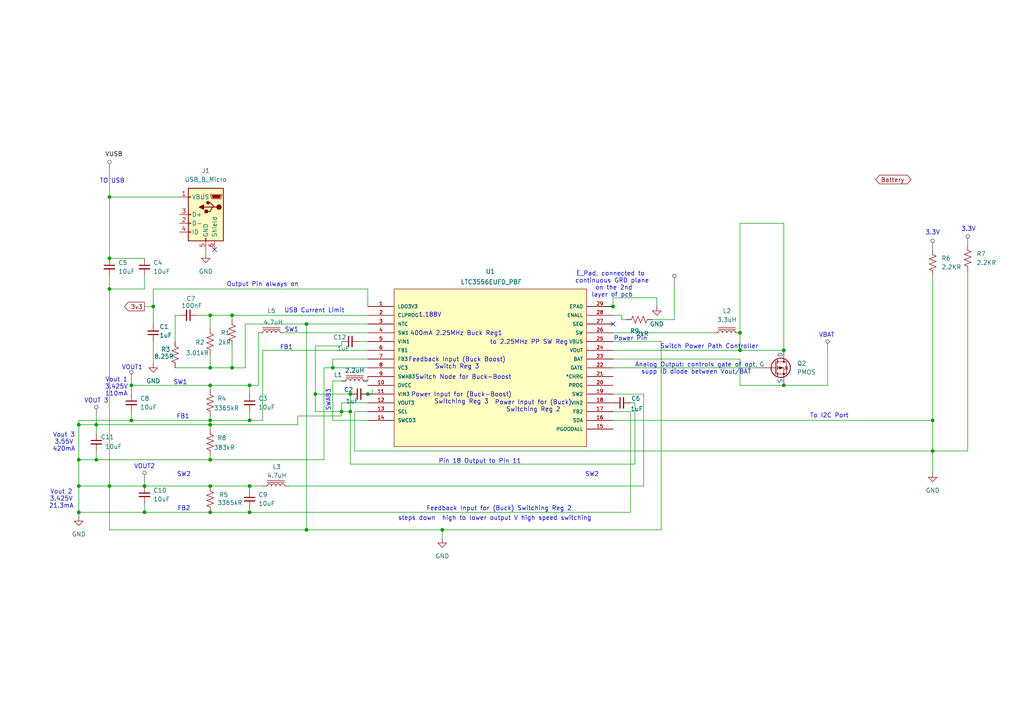
<source format=kicad_sch>
(kicad_sch (version 20231120) (generator "eeschema") (generator_version "8.0")
  (paper "A4")
  (title_block (title "LTC3556EUFD_PBF") (date "11/11/2024") (rev "A") (company "Team 9") (comment 1 "Kirk Young"))
  (lib_symbols
    (symbol "Connector:USB_B_Micro" (pin_names (offset 1.016))
      (property "Reference" "J" (at -5.08 11.43 0))
      (property "Value" "USB_B_Micro" (at -5.08 8.89 0))
      (symbol "USB_B_Micro_0_1"
        (rectangle (start -5.08 -7.62) (end 5.08 7.62) (stroke (width 0.254)) (fill (type background)))
        (circle (center -3.81 2.159) (radius 0.635) (stroke (width 0.254)) (fill (type outline)))
        (circle (center -0.635 3.429) (radius 0.381) (stroke (width 0.254)) (fill (type outline)))
        (rectangle (start -0.127 -7.62) (end 0.127 -6.858))
        (polyline (pts (xy -1.905 2.159) (xy 0.635 2.159)) (stroke (width 0.254)))
        (polyline (pts (xy -3.175 2.159) (xy -2.54 2.159) (xy -1.27 3.429) (xy -0.635 3.429)) (stroke (width 0.254)))
        (polyline (pts (xy -2.54 2.159) (xy -1.905 2.159) (xy -1.27 0.889) (xy 0 0.889)) (stroke (width 0.254)))
        (polyline (pts (xy 0.635 2.794) (xy 0.635 1.524) (xy 1.905 2.159) (xy 0.635 2.794)) (stroke (width 0.254)) (fill (type outline)))
        (polyline (pts (xy -4.318 5.588) (xy -1.778 5.588) (xy -2.032 4.826) (xy -4.064 4.826) (xy -4.318 5.588)) (fill (type outline)))
        (polyline (pts (xy -4.699 5.842) (xy -4.699 5.588) (xy -4.445 4.826) (xy -4.445 4.572) (xy -1.651 4.572) (xy -1.651 4.826) (xy -1.397 5.588) (xy -1.397 5.842) (xy -4.699 5.842)))
        (rectangle (start 0.254 1.27) (end -0.508 0.508) (stroke (width 0.254)) (fill (type outline)))
        (rectangle (start 5.08 -5.207) (end 4.318 -4.953))
        (rectangle (start 5.08 -2.667) (end 4.318 -2.413))
        (rectangle (start 5.08 -0.127) (end 4.318 0.127))
        (rectangle (start 5.08 4.953) (end 4.318 5.207))
      )
      (symbol "USB_B_Micro_1_1"
        (pin power_out line (at 7.62 5.08 180) (length 2.54) (name "VBUS") (number "1"))
        (pin bidirectional line (at 7.62 -2.54 180) (length 2.54) (name "D-") (number "2"))
        (pin bidirectional line (at 7.62 0 180) (length 2.54) (name "D+") (number "3"))
        (pin passive line (at 7.62 -5.08 180) (length 2.54) (name "ID") (number "4"))
        (pin power_out line (at 0 -10.16 90) (length 2.54) (name "GND") (number "5"))
        (pin passive line (at -2.54 -10.16 90) (length 2.54) (name "Shield") (number "6"))
      )
    )
    (symbol "Device:C_Small" (pin_numbers hide) (pin_names (offset 0.254) hide)
      (property "Reference" "C" (at 0.254 1.778 0))
      (property "Value" "C_Small" (at 0.254 -2.032 0))
      (symbol "C_Small_0_1"
        (polyline (pts (xy -1.524 -0.508) (xy 1.524 -0.508)) (stroke (width 0.3302)))
        (polyline (pts (xy -1.524 0.508) (xy 1.524 0.508)) (stroke (width 0.3048)))
      )
      (symbol "C_Small_1_1"
        (pin passive line (at 0 2.54 270) (length 2.032) (name "~") (number "1"))
        (pin passive line (at 0 -2.54 90) (length 2.032) (name "~") (number "2"))
      )
    )
    (symbol "Device:L_Iron" (pin_numbers hide) (pin_names (offset 1.016) hide)
      (property "Reference" "L" (at -1.27 0 90))
      (property "Value" "L_Iron" (at 2.794 0 90))
      (symbol "L_Iron_0_1"
        (arc (start 0 -2.54) (mid 0.6323 -1.905) (end 0 -1.27))
        (arc (start 0 -1.27) (mid 0.6323 -0.635) (end 0 0))
        (polyline (pts (xy 1.016 2.54) (xy 1.016 -2.54)))
        (polyline (pts (xy 1.524 -2.54) (xy 1.524 2.54)))
        (arc (start 0 0) (mid 0.6323 0.635) (end 0 1.27))
        (arc (start 0 1.27) (mid 0.6323 1.905) (end 0 2.54))
      )
      (symbol "L_Iron_1_1"
        (pin passive line (at 0 3.81 270) (length 1.27) (name "1") (number "1"))
        (pin passive line (at 0 -3.81 90) (length 1.27) (name "2") (number "2"))
      )
    )
    (symbol "Device:R_US" (pin_numbers hide) (pin_names (offset 0))
      (property "Reference" "R" (at 2.54 0 90))
      (property "Value" "R_US" (at -2.54 0 90))
      (symbol "R_US_0_1"
        (polyline (pts (xy 0 -2.286) (xy 0 -2.54)))
        (polyline (pts (xy 0 2.286) (xy 0 2.54)))
        (polyline (pts (xy 0 -0.762) (xy 1.016 -1.143) (xy 0 -1.524) (xy -1.016 -1.905) (xy 0 -2.286)))
        (polyline (pts (xy 0 0.762) (xy 1.016 0.381) (xy 0 0) (xy -1.016 -0.381) (xy 0 -0.762)))
        (polyline (pts (xy 0 2.286) (xy 1.016 1.905) (xy 0 1.524) (xy -1.016 1.143) (xy 0 0.762)))
      )
      (symbol "R_US_1_1"
        (pin passive line (at 0 3.81 270) (length 1.27) (name "~") (number "1"))
        (pin passive line (at 0 -3.81 90) (length 1.27) (name "~") (number "2"))
      )
    )
    (symbol "LTC3556EUFD_PBF:LTC3556EUFD_PBF" (pin_names (offset 1.016))
      (property "Reference" "U" (at 30.8356 9.1186 0))
      (property "Value" "LTC3556EUFD_PBF" (at 30.2006 6.5786 0))
      (symbol "LTC3556EUFD_PBF_0_0"
        (rectangle (start 7.62 -40.64) (end 63.5 5.08) (stroke (width 0.1524)) (fill (type background)))
        (pin output line (at 0 0 0) (length 7.62) (name "LDO3V3") (number "1"))
        (pin power_in line (at 0 -22.86 0) (length 7.62) (name "DVCC") (number "10"))
        (pin input line (at 0 -25.4 0) (length 7.62) (name "VIN3") (number "11"))
        (pin output line (at 0 -27.94 0) (length 7.62) (name "VOUT3") (number "12"))
        (pin input line (at 0 -30.48 0) (length 7.62) (name "SCL") (number "13"))
        (pin passive line (at 0 -33.02 0) (length 7.62) (name "SWCD3") (number "14"))
        (pin output line (at 71.12 -35.56 180) (length 7.62) (name "PGOODALL") (number "15"))
        (pin input line (at 71.12 -33.02 180) (length 7.62) (name "SDA") (number "16"))
        (pin input line (at 71.12 -30.48 180) (length 7.62) (name "FB2") (number "17"))
        (pin input line (at 71.12 -27.94 180) (length 7.62) (name "VIN2") (number "18"))
        (pin passive line (at 71.12 -25.4 180) (length 7.62) (name "SW2") (number "19"))
        (pin passive line (at 0 -2.54 0) (length 7.62) (name "CLPROG") (number "2"))
        (pin passive line (at 71.12 -22.86 180) (length 7.62) (name "PROG") (number "20"))
        (pin output line (at 71.12 -20.32 180) (length 7.62) (name "*CHRG") (number "21"))
        (pin output line (at 71.12 -17.78 180) (length 7.62) (name "GATE") (number "22"))
        (pin passive line (at 71.12 -15.24 180) (length 7.62) (name "BAT") (number "23"))
        (pin output line (at 71.12 -12.7 180) (length 7.62) (name "VOUT") (number "24"))
        (pin input line (at 71.12 -10.16 180) (length 7.62) (name "VBUS") (number "25"))
        (pin passive line (at 71.12 -7.62 180) (length 7.62) (name "SW") (number "26"))
        (pin input line (at 71.12 -5.08 180) (length 7.62) (name "SEQ") (number "27"))
        (pin input line (at 71.12 -2.54 180) (length 7.62) (name "ENALL") (number "28"))
        (pin passive line (at 71.12 0 180) (length 7.62) (name "EPAD") (number "29"))
        (pin input line (at 0 -5.08 0) (length 7.62) (name "NTC") (number "3"))
        (pin passive line (at 0 -7.62 0) (length 7.62) (name "SW1") (number "4"))
        (pin input line (at 0 -10.16 0) (length 7.62) (name "VIN1") (number "5"))
        (pin input line (at 0 -12.7 0) (length 7.62) (name "FB1") (number "6"))
        (pin input line (at 0 -15.24 0) (length 7.62) (name "FB3") (number "7"))
        (pin output line (at 0 -17.78 0) (length 7.62) (name "VC3") (number "8"))
        (pin passive line (at 0 -20.32 0) (length 7.62) (name "SWAB3") (number "9"))
      )
    )
    (symbol "Simulation_SPICE:PMOS" (pin_numbers hide) (pin_names (offset 0))
      (property "Reference" "Q" (at 5.08 1.27 0))
      (property "Value" "PMOS" (at 5.08 -1.27 0))
      (symbol "PMOS_0_1"
        (polyline (pts (xy 0.254 0) (xy -2.54 0)))
        (polyline (pts (xy 0.254 1.905) (xy 0.254 -1.905)) (stroke (width 0.254)))
        (polyline (pts (xy 0.762 -1.27) (xy 0.762 -2.286)) (stroke (width 0.254)))
        (polyline (pts (xy 0.762 0.508) (xy 0.762 -0.508)) (stroke (width 0.254)))
        (polyline (pts (xy 0.762 2.286) (xy 0.762 1.27)) (stroke (width 0.254)))
        (polyline (pts (xy 2.54 2.54) (xy 2.54 1.778)))
        (polyline (pts (xy 2.54 -2.54) (xy 2.54 0) (xy 0.762 0)))
        (polyline (pts (xy 0.762 1.778) (xy 3.302 1.778) (xy 3.302 -1.778) (xy 0.762 -1.778)))
        (polyline (pts (xy 2.286 0) (xy 1.27 0.381) (xy 1.27 -0.381) (xy 2.286 0)) (fill (type outline)))
        (polyline (pts (xy 2.794 -0.508) (xy 2.921 -0.381) (xy 3.683 -0.381) (xy 3.81 -0.254)))
        (polyline (pts (xy 3.302 -0.381) (xy 2.921 0.254) (xy 3.683 0.254) (xy 3.302 -0.381)))
        (circle (center 1.651 0) (radius 2.794) (stroke (width 0.254)))
        (circle (center 2.54 -1.778) (radius 0.254) (fill (type outline)))
        (circle (center 2.54 1.778) (radius 0.254) (fill (type outline)))
      )
      (symbol "PMOS_1_1"
        (pin passive line (at 2.54 5.08 270) (length 2.54) (name "D") (number "1"))
        (pin input line (at -5.08 0 0) (length 2.54) (name "G") (number "2"))
        (pin passive line (at 2.54 -5.08 90) (length 2.54) (name "S") (number "3"))
      )
    )
    (symbol "power:GND" (power) (pin_numbers hide) (pin_names (offset 0) hide)
      (property "Value" "GND" (at 0 -3.81 0))
      (symbol "GND_0_1"
        (polyline (pts (xy 0 0) (xy 0 -1.27) (xy 1.27 -1.27) (xy 0 -2.54) (xy -1.27 -1.27) (xy 0 -1.27)))
      )
      (symbol "GND_1_1"
        (pin power_in line (at 0 0 270) (length 0) (name "~") (number "1"))
      )
    )
  )
  (junction (at 60.96 123.19))
  (junction (at 44.45 88.9))
  (junction (at 106.68 114.3))
  (junction (at 38.1 121.92))
  (junction (at 27.94 133.35))
  (junction (at 72.39 121.92))
  (junction (at 60.96 111.76))
  (junction (at 31.75 74.93))
  (junction (at 101.6 114.3))
  (junction (at 72.39 111.76))
  (junction (at 91.44 114.3))
  (junction (at 31.75 83.82))
  (junction (at 72.39 148.59))
  (junction (at 22.86 133.35))
  (junction (at 60.96 121.92))
  (junction (at 41.91 140.97))
  (junction (at 38.1 111.76))
  (junction (at 27.94 123.19))
  (junction (at 99.06 119.38))
  (junction (at 31.75 57.15))
  (junction (at 31.75 140.97))
  (junction (at 214.63 101.6))
  (junction (at 270.51 121.92))
  (junction (at 72.39 140.97))
  (junction (at 227.33 101.6))
  (junction (at 101.6 119.38))
  (junction (at 41.91 148.59))
  (junction (at 60.96 133.35))
  (junction (at 67.31 91.44))
  (junction (at 60.96 91.44))
  (junction (at 177.8 88.9))
  (junction (at 227.33 111.76))
  (junction (at 270.51 130.81))
  (junction (at 96.52 106.68))
  (junction (at 22.86 140.97))
  (junction (at 214.63 96.52))
  (junction (at 128.27 153.67))
  (junction (at 60.96 140.97))
  (junction (at 60.96 106.68))
  (junction (at 22.86 148.59))
  (junction (at 67.31 106.68))
  (junction (at 22.86 123.19))
  (junction (at 60.96 148.59))
  (junction (at 88.9 153.67))
  (junction (at 88.9 93.98))
  (no_connect (at 177.8 93.98))
  (no_connect (at 62.23 72.39))
  (wire (pts (xy 93.98 106.68) (xy 93.98 133.35)))
  (wire (pts (xy 50.8 91.44) (xy 50.8 99.06)))
  (wire (pts (xy 31.75 140.97) (xy 41.91 140.97)))
  (wire (pts (xy 72.39 147.32) (xy 72.39 148.59)))
  (wire (pts (xy 41.91 88.9) (xy 44.45 88.9)))
  (wire (pts (xy 99.06 119.38) (xy 101.6 119.38)))
  (wire (pts (xy 177.8 119.38) (xy 182.88 119.38)))
  (wire (pts (xy 60.96 121.92) (xy 72.39 121.92)))
  (wire (pts (xy 60.96 111.76) (xy 72.39 111.76)))
  (wire (pts (xy 107.95 113.03) (xy 107.95 114.3)))
  (wire (pts (xy 86.36 123.19) (xy 60.96 123.19)))
  (wire (pts (xy 173.99 88.9) (xy 177.8 88.9)))
  (wire (pts (xy 27.94 123.19) (xy 27.94 125.73)))
  (wire (pts (xy 41.91 146.05) (xy 41.91 148.59)))
  (wire (pts (xy 60.96 91.44) (xy 67.31 91.44)))
  (wire (pts (xy 182.88 148.59) (xy 72.39 148.59)))
  (wire (pts (xy 72.39 119.38) (xy 72.39 121.92)))
  (wire (pts (xy 106.68 110.49) (xy 106.68 109.22)))
  (wire (pts (xy 214.63 96.52) (xy 214.63 101.6)))
  (wire (pts (xy 177.8 96.52) (xy 207.01 96.52)))
  (wire (pts (xy 31.75 153.67) (xy 88.9 153.67)))
  (wire (pts (xy 44.45 83.82) (xy 44.45 88.9)))
  (wire (pts (xy 82.55 96.52) (xy 106.68 96.52)))
  (wire (pts (xy 60.96 120.65) (xy 60.96 121.92)))
  (wire (pts (xy 177.8 101.6) (xy 214.63 101.6)))
  (wire (pts (xy 214.63 104.14) (xy 214.63 111.76)))
  (wire (pts (xy 22.86 140.97) (xy 31.75 140.97)))
  (wire (pts (xy 27.94 123.19) (xy 22.86 123.19)))
  (wire (pts (xy 180.34 92.71) (xy 180.34 91.44)))
  (wire (pts (xy 76.2 140.97) (xy 72.39 140.97)))
  (wire (pts (xy 67.31 91.44) (xy 67.31 92.71)))
  (wire (pts (xy 88.9 93.98) (xy 88.9 153.67)))
  (wire (pts (xy 88.9 93.98) (xy 106.68 93.98)))
  (wire (pts (xy 99.06 100.33) (xy 99.06 99.06)))
  (wire (pts (xy 60.96 140.97) (xy 72.39 140.97)))
  (wire (pts (xy 88.9 153.67) (xy 128.27 153.67)))
  (wire (pts (xy 83.82 140.97) (xy 186.69 140.97)))
  (wire (pts (xy 99.06 116.84) (xy 99.06 119.38)))
  (wire (pts (xy 31.75 57.15) (xy 31.75 74.93)))
  (wire (pts (xy 128.27 153.67) (xy 191.77 153.67)))
  (wire (pts (xy 44.45 88.9) (xy 44.45 93.98)))
  (wire (pts (xy 50.8 91.44) (xy 52.07 91.44)))
  (wire (pts (xy 60.96 106.68) (xy 67.31 106.68)))
  (wire (pts (xy 214.63 64.77) (xy 227.33 64.77)))
  (wire (pts (xy 22.86 148.59) (xy 41.91 148.59)))
  (wire (pts (xy 270.51 130.81) (xy 270.51 137.16)))
  (wire (pts (xy 99.06 100.33) (xy 91.44 100.33)))
  (wire (pts (xy 60.96 148.59) (xy 72.39 148.59)))
  (wire (pts (xy 91.44 100.33) (xy 91.44 114.3)))
  (wire (pts (xy 195.58 82.55) (xy 195.58 92.71)))
  (wire (pts (xy 41.91 148.59) (xy 60.96 148.59)))
  (wire (pts (xy 96.52 110.49) (xy 96.52 121.92)))
  (wire (pts (xy 106.68 101.6) (xy 76.2 101.6)))
  (wire (pts (xy 106.68 116.84) (xy 99.06 116.84)))
  (wire (pts (xy 72.39 111.76) (xy 74.93 111.76)))
  (wire (pts (xy 22.86 133.35) (xy 22.86 140.97)))
  (wire (pts (xy 182.88 119.38) (xy 182.88 148.59)))
  (wire (pts (xy 270.51 121.92) (xy 270.51 130.81)))
  (wire (pts (xy 22.86 140.97) (xy 22.86 148.59)))
  (wire (pts (xy 31.75 140.97) (xy 31.75 153.67)))
  (wire (pts (xy 177.8 99.06) (xy 191.77 99.06)))
  (wire (pts (xy 93.98 133.35) (xy 60.96 133.35)))
  (wire (pts (xy 38.1 110.49) (xy 38.1 111.76)))
  (wire (pts (xy 60.96 91.44) (xy 60.96 95.25)))
  (wire (pts (xy 101.6 114.3) (xy 101.6 119.38)))
  (wire (pts (xy 102.87 130.81) (xy 270.51 130.81)))
  (wire (pts (xy 106.68 106.68) (xy 96.52 106.68)))
  (wire (pts (xy 99.06 119.38) (xy 99.06 120.65)))
  (wire (pts (xy 44.45 83.82) (xy 106.68 83.82)))
  (wire (pts (xy 106.68 119.38) (xy 102.87 119.38)))
  (wire (pts (xy 27.94 120.65) (xy 27.94 123.19)))
  (wire (pts (xy 184.15 134.62) (xy 184.15 116.84)))
  (wire (pts (xy 96.52 104.14) (xy 96.52 106.68)))
  (wire (pts (xy 67.31 106.68) (xy 71.12 106.68)))
  (wire (pts (xy 219.71 106.68) (xy 177.8 106.68)))
  (wire (pts (xy 76.2 101.6) (xy 76.2 121.92)))
  (wire (pts (xy 71.12 93.98) (xy 88.9 93.98)))
  (wire (pts (xy 22.86 121.92) (xy 22.86 123.19)))
  (wire (pts (xy 72.39 121.92) (xy 76.2 121.92)))
  (wire (pts (xy 22.86 148.59) (xy 22.86 149.86)))
  (wire (pts (xy 191.77 99.06) (xy 191.77 153.67)))
  (wire (pts (xy 72.39 142.24) (xy 72.39 140.97)))
  (wire (pts (xy 96.52 106.68) (xy 93.98 106.68)))
  (wire (pts (xy 227.33 111.76) (xy 240.03 111.76)))
  (wire (pts (xy 102.87 119.38) (xy 102.87 130.81)))
  (wire (pts (xy 44.45 99.06) (xy 44.45 105.41)))
  (wire (pts (xy 27.94 133.35) (xy 60.96 133.35)))
  (wire (pts (xy 99.06 120.65) (xy 86.36 120.65)))
  (wire (pts (xy 101.6 134.62) (xy 184.15 134.62)))
  (wire (pts (xy 60.96 132.08) (xy 60.96 133.35)))
  (wire (pts (xy 180.34 91.44) (xy 177.8 91.44)))
  (wire (pts (xy 107.95 114.3) (xy 106.68 114.3)))
  (wire (pts (xy 60.96 102.87) (xy 60.96 106.68)))
  (wire (pts (xy 59.69 72.39) (xy 59.69 73.66)))
  (wire (pts (xy 50.8 106.68) (xy 60.96 106.68)))
  (wire (pts (xy 177.8 86.36) (xy 177.8 88.9)))
  (wire (pts (xy 101.6 119.38) (xy 101.6 134.62)))
  (wire (pts (xy 106.68 83.82) (xy 106.68 88.9)))
  (wire (pts (xy 177.8 114.3) (xy 186.69 114.3)))
  (wire (pts (xy 31.75 57.15) (xy 52.07 57.15)))
  (wire (pts (xy 190.5 86.36) (xy 190.5 88.9)))
  (wire (pts (xy 91.44 114.3) (xy 101.6 114.3)))
  (wire (pts (xy 67.31 100.33) (xy 67.31 106.68)))
  (wire (pts (xy 177.8 86.36) (xy 190.5 86.36)))
  (wire (pts (xy 31.75 49.53) (xy 31.75 57.15)))
  (wire (pts (xy 38.1 111.76) (xy 60.96 111.76)))
  (wire (pts (xy 38.1 121.92) (xy 60.96 121.92)))
  (wire (pts (xy 227.33 64.77) (xy 227.33 101.6)))
  (wire (pts (xy 27.94 133.35) (xy 22.86 133.35)))
  (wire (pts (xy 38.1 111.76) (xy 38.1 114.3)))
  (wire (pts (xy 184.15 116.84) (xy 182.88 116.84)))
  (wire (pts (xy 71.12 106.68) (xy 71.12 93.98)))
  (wire (pts (xy 270.51 121.92) (xy 270.51 80.01)))
  (wire (pts (xy 38.1 121.92) (xy 22.86 121.92)))
  (wire (pts (xy 60.96 111.76) (xy 60.96 113.03)))
  (wire (pts (xy 41.91 140.97) (xy 60.96 140.97)))
  (wire (pts (xy 31.75 80.01) (xy 31.75 83.82)))
  (wire (pts (xy 99.06 110.49) (xy 96.52 110.49)))
  (wire (pts (xy 214.63 111.76) (xy 227.33 111.76)))
  (wire (pts (xy 72.39 111.76) (xy 72.39 114.3)))
  (wire (pts (xy 60.96 123.19) (xy 60.96 124.46)))
  (wire (pts (xy 240.03 111.76) (xy 240.03 101.6)))
  (wire (pts (xy 31.75 83.82) (xy 41.91 83.82)))
  (wire (pts (xy 27.94 123.19) (xy 60.96 123.19)))
  (wire (pts (xy 189.23 92.71) (xy 195.58 92.71)))
  (wire (pts (xy 180.34 92.71) (xy 181.61 92.71)))
  (wire (pts (xy 96.52 121.92) (xy 106.68 121.92)))
  (wire (pts (xy 106.68 104.14) (xy 96.52 104.14)))
  (wire (pts (xy 86.36 120.65) (xy 86.36 123.19)))
  (wire (pts (xy 27.94 130.81) (xy 27.94 133.35)))
  (wire (pts (xy 41.91 80.01) (xy 41.91 83.82)))
  (wire (pts (xy 91.44 119.38) (xy 99.06 119.38)))
  (wire (pts (xy 177.8 121.92) (xy 270.51 121.92)))
  (wire (pts (xy 214.63 101.6) (xy 227.33 101.6)))
  (wire (pts (xy 67.31 91.44) (xy 106.68 91.44)))
  (wire (pts (xy 104.14 99.06) (xy 106.68 99.06)))
  (wire (pts (xy 270.51 130.81) (xy 280.67 130.81)))
  (wire (pts (xy 91.44 114.3) (xy 91.44 119.38)))
  (wire (pts (xy 31.75 74.93) (xy 41.91 74.93)))
  (wire (pts (xy 128.27 156.21) (xy 128.27 153.67)))
  (wire (pts (xy 31.75 83.82) (xy 31.75 140.97)))
  (wire (pts (xy 38.1 119.38) (xy 38.1 121.92)))
  (wire (pts (xy 280.67 78.74) (xy 280.67 130.81)))
  (wire (pts (xy 57.15 91.44) (xy 60.96 91.44)))
  (wire (pts (xy 22.86 123.19) (xy 22.86 133.35)))
  (wire (pts (xy 74.93 96.52) (xy 74.93 111.76)))
  (wire (pts (xy 186.69 114.3) (xy 186.69 140.97)))
  (wire (pts (xy 41.91 139.7) (xy 41.91 140.97)))
  (wire (pts (xy 214.63 96.52) (xy 214.63 64.77)))
  (wire (pts (xy 177.8 104.14) (xy 214.63 104.14)))
  (text "1.188V" (at 124.714 91.44 0) (effects (font (size 1.27 1.27))))
  (text "E_Pad, connected to \ncontinuous GRD plane\n on the 2nd\nlayer of pcb" (at 177.546 82.55 0) (effects (font (size 1.27 1.27))))
  (text "SW2" (at 53.34 137.668 0) (effects (font (size 1.27 1.27))))
  (text "VOUT 3" (at 27.94 116.332 0) (effects (font (size 1.27 1.27))))
  (text "Vout 3\n3.55V\n420mA" (at 18.542 128.27 0) (effects (font (size 1.27 1.27))))
  (text "3.3V" (at 270.51 67.564 0) (effects (font (size 1.27 1.27))))
  (text " Power Input for (Buck) \nSwitching Reg 2" (at 154.686 117.856 0) (effects (font (size 1.27 1.27))))
  (text "FB1" (at 53.086 120.904 0) (effects (font (size 1.27 1.27))))
  (text "SW1" (at 84.582 95.758 0) (effects (font (size 1.27 1.27))))
  (text "VBAT" (at 239.776 97.282 0) (effects (font (size 1.27 1.27))))
  (text "FB1" (at 83.058 100.838 0) (effects (font (size 1.27 1.27))))
  (text "3.3V" (at 280.924 66.548 0) (effects (font (size 1.27 1.27))))
  (text "Power Pin" (at 182.88 98.298 0) (effects (font (size 1.27 1.27))))
  (text "Pin 18 Output to Pin 11" (at 139.192 133.858 0) (effects (font (size 1.27 1.27))))
  (text "SWAB3" (at 95.25 116.078 90) (effects (font (size 1.27 1.27))))
  (text "steps down  high to lower output V high speed switching" (at 143.51 150.368 0) (effects (font (size 1.27 1.27))))
  (text "FB2" (at 53.34 147.574 0) (effects (font (size 1.27 1.27))))
  (text "to 2.25MHz PP SW Reg" (at 153.416 99.314 0) (effects (font (size 1.27 1.27))))
  (text "Feedback Input (Buck Boost)\nSwitch Reg 3" (at 132.588 105.41 0) (effects (font (size 1.27 1.27))))
  (text "400mA 2.25MHz Buck Reg1" (at 132.334 96.774 0) (effects (font (size 1.27 1.27))))
  (text "Switch Power Path Controller" (at 205.74 100.584 0) (effects (font (size 1.27 1.27))))
  (text " Feedback Input for (Buck) Switching Reg 2" (at 144.272 147.574 0) (effects (font (size 1.27 1.27))))
  (text "SW1" (at 52.324 110.998 0) (effects (font (size 1.27 1.27))))
  (text "To I2C Port" (at 240.538 120.65 0) (effects (font (size 1.27 1.27))))
  (text " Power Input for (Buck-Boost)\n Switching Reg 3" (at 133.35 115.57 0) (effects (font (size 1.27 1.27))))
  (text "Vout 1\n3.425V\n110mA" (at 33.782 112.268 0) (effects (font (size 1.27 1.27))))
  (text "VOUT1" (at 38.354 106.68 0) (effects (font (size 1.27 1.27))))
  (text "Analog Output: controls gate of opt,\nsupp ID diode between Vout/BAT" (at 201.93 106.934 0) (effects (font (size 1.27 1.27))))
  (text "Vout 2\n3.425V\n21.3mA" (at 17.78 144.78 0) (effects (font (size 1.27 1.27))))
  (text "VOUT2" (at 41.91 135.382 0) (effects (font (size 1.27 1.27))))
  (text "Output Pin always on" (at 76.2 82.55 0) (effects (font (size 1.27 1.27))))
  (text "USB Current Limit" (at 91.186 90.17 0) (effects (font (size 1.27 1.27))))
  (text "SW2" (at 171.704 137.668 0) (effects (font (size 1.27 1.27))))
  (text "Switch Node for Buck-Boost" (at 134.366 109.474 0) (effects (font (size 1.27 1.27))))
  (text "TO USB \n" (at 33.02 52.578 0) (effects (font (size 1.27 1.27))))
  (label "VUSB" (at 30.48 45.72 0))
  (global_label "3v3" (shape output) (at 41.91 88.9 180) (property "Intersheetrefs" "${INTERSHEET_REFS}" (effects (hide yes))))
  (global_label "Battery" (shape bidirectional) (at 254 52.07 0) (property "Intersheetrefs" "${INTERSHEET_REFS}" (effects (hide yes))))
  (netclass_flag "" (length 2.54) (shape round) (at 280.67 71.12 0))
  (netclass_flag "" (length 2.54) (shape round) (at 270.51 72.39 0))
  (netclass_flag "" (length 2.54) (shape round) (at 31.75 49.53 0))
  (netclass_flag "" (length 2.54) (shape round) (at 195.58 82.55 0))
  (netclass_flag "" (length 2.54) (shape round) (at 38.1 110.49 0))
  (netclass_flag "" (length 2.54) (shape round) (at 240.03 101.6 0))
  (netclass_flag "" (length 2.54) (shape round) (at 27.94 120.65 0))
  (netclass_flag "" (length 2.54) (shape round) (at 41.91 139.7 0))
  (symbol (lib_id "Device:C_Small") (at 72.39 116.84 0) (unit 1)
    (property "Reference" "C3" (at 74.93 115.5762 0) (effects (justify left)))
    (property "Value" "10uF" (at 74.93 118.1162 0) (effects (justify left)))
    (property "Description" "Unpolarized capacitor, small symbol" (effects (hide yes)))
  )
  (symbol (lib_id "power:GND") (at 59.69 73.66 0) (mirror y) (unit 1)
    (property "Reference" "#PWR04" (effects (hide yes)))
    (property "Value" "GND" (at 59.69 78.74 0))
    (property "Description" "Power symbol creates a global label with name \"GND\" , ground" (effects (hide yes)))
  )
  (symbol (lib_id "Device:R_US") (at 280.67 74.93 0) (unit 1)
    (property "Reference" "R7" (at 283.21 73.6599 0) (effects (justify left)))
    (property "Value" "2.2KR" (at 283.21 76.1999 0) (effects (justify left)))
    (property "Description" "Resistor, US symbol" (effects (hide yes)))
  )
  (symbol (lib_id "Device:C_Small") (at 180.34 116.84 90) (unit 1)
    (property "Reference" "C6" (at 184.404 115.57 90))
    (property "Value" "1uF" (at 184.658 118.618 90))
    (property "Description" "Unpolarized capacitor, small symbol" (effects (hide yes)))
  )
  (symbol (lib_id "Device:R_US") (at 270.51 76.2 0) (unit 1)
    (property "Reference" "R6" (at 273.05 74.9299 0) (effects (justify left)))
    (property "Value" "2.2KR" (at 273.05 77.4699 0) (effects (justify left)))
    (property "Description" "Resistor, US symbol" (effects (hide yes)))
  )
  (symbol (lib_id "Device:L_Iron") (at 78.74 96.52 90) (unit 1)
    (property "Reference" "L5" (at 78.74 90.17 90))
    (property "Value" "4.7uH" (at 79.248 93.472 90))
    (property "Description" "Inductor with iron core" (effects (hide yes)))
  )
  (symbol (lib_id "Device:R_US") (at 50.8 102.87 0) (unit 1)
    (property "Reference" "R3" (at 46.736 101.346 0) (effects (justify left)))
    (property "Value" "8.25R" (at 44.704 103.378 0) (effects (justify left)))
    (property "Description" "Resistor, US symbol" (effects (hide yes)))
  )
  (symbol (lib_id "Device:R_US") (at 67.31 96.52 0) (unit 1)
    (property "Reference" "R1" (at 64.008 96.52 0) (effects (justify left)))
    (property "Value" "2kR" (at 63.246 99.314 0) (effects (justify left)))
    (property "Description" "Resistor, US symbol" (effects (hide yes)))
  )
  (symbol (lib_id "power:GND") (at 22.86 149.86 0) (unit 1)
    (property "Reference" "#PWR05" (effects (hide yes)))
    (property "Value" "GND" (at 22.86 154.94 0))
    (property "Description" "Power symbol creates a global label with name \"GND\" , ground" (effects (hide yes)))
  )
  (symbol (lib_id "Device:C_Small") (at 104.14 114.3 90) (unit 1)
    (property "Reference" "C2" (at 101.092 113.03 90))
    (property "Value" "1uF" (at 102.108 116.332 90))
    (property "Description" "Unpolarized capacitor, small symbol" (effects (hide yes)))
  )
  (symbol (lib_id "Device:R_US") (at 60.96 99.06 0) (unit 1)
    (property "Reference" "R2" (at 56.642 99.314 0) (effects (justify left)))
    (property "Value" "3.01kR" (at 53.848 102.362 0) (effects (justify left)))
    (property "Description" "Resistor, US symbol" (effects (hide yes)))
  )
  (symbol (lib_id "Device:R_US") (at 60.96 116.84 0) (unit 1)
    (property "Reference" "R4" (at 62.992 115.57 0) (effects (justify left)))
    (property "Value" "3365kR" (at 61.976 118.364 0) (effects (justify left)))
    (property "Description" "Resistor, US symbol" (effects (hide yes)))
  )
  (symbol (lib_id "Device:L_Iron") (at 102.87 110.49 90) (unit 1)
    (property "Reference" "L1" (at 98.044 108.712 90))
    (property "Value" "2.2uH" (at 102.87 107.442 90))
    (property "Description" "Inductor with iron core" (effects (hide yes)))
  )
  (symbol (lib_id "Device:C_Small") (at 31.75 77.47 0) (unit 1)
    (property "Reference" "C5" (at 34.29 76.2062 0) (effects (justify left)))
    (property "Value" "10uF" (at 34.29 78.7462 0) (effects (justify left)))
    (property "Description" "Unpolarized capacitor, small symbol" (effects (hide yes)))
  )
  (symbol (lib_id "LTC3556EUFD_PBF:LTC3556EUFD_PBF") (at 106.68 88.9 0) (unit 1)
    (property "Reference" "U1" (at 142.24 78.74 0))
    (property "Value" "LTC3556EUFD_PBF" (at 142.494 81.788 0))
    (property "Footprint" "LTC3556EUFD_PBF:QFN-28_UFD" (effects (hide yes)))
    (property "DigiKey_Part_Number" "505-LTC3556EUFD#PBF-ND" (effects (hide yes)))
    (property "SnapEDA_Link" "https://www.snapeda.com/parts/LTC3556EUFD%23PBF/Analog+Devices/view-part/?ref=snap" (effects (hide yes)))
    (property "VENDOR" "Linear Technology" (effects (hide yes)))
    (property "Description_1" "\n                        \n                            High Efﬁciency USB Power Manager with Dual Buck and Buck-Boost DC/DCs\n                        \n" (effects (hide yes)))
    (property "Package" "QFN -28 Analog Devices" (effects (hide yes)))
    (property "Check_prices" "https://www.snapeda.com/parts/LTC3556EUFD%23PBF/Analog+Devices/view-part/?ref=eda" (effects (hide yes)))
    (property "MF" "Analog Devices" (effects (hide yes)))
    (property "MP" "LTC3556EUFD#PBF" (effects (hide yes)))
    (property "MANUFACTURER_PART_NUMBER" "ltc3556eufd#pbf" (effects (hide yes)))
  )
  (symbol (lib_id "Device:C_Small") (at 44.45 96.52 180) (unit 1)
    (property "Reference" "C1" (at 46.228 94.742 0) (effects (justify right)))
    (property "Value" "1uF" (at 46.228 97.282 0) (effects (justify right)))
    (property "Description" "Unpolarized capacitor, small symbol" (effects (hide yes)))
  )
  (symbol (lib_id "Device:C_Small") (at 41.91 143.51 0) (unit 1)
    (property "Reference" "C10" (at 44.45 142.2462 0) (effects (justify left)))
    (property "Value" "10uF" (at 44.45 144.7862 0) (effects (justify left)))
    (property "Description" "Unpolarized capacitor, small symbol" (effects (hide yes)))
  )
  (symbol (lib_id "Device:C_Small") (at 101.6 99.06 90) (unit 1)
    (property "Reference" "C12" (at 98.552 97.79 90))
    (property "Value" "1uF" (at 99.568 101.092 90))
    (property "Description" "Unpolarized capacitor, small symbol" (effects (hide yes)))
  )
  (symbol (lib_id "Device:R_US") (at 60.96 144.78 0) (unit 1)
    (property "Reference" "R5" (at 63.5 143.5099 0) (effects (justify left)))
    (property "Value" "3365kR" (at 62.992 145.796 0) (effects (justify left)))
    (property "Description" "Resistor, US symbol" (effects (hide yes)))
  )
  (symbol (lib_id "Device:L_Iron") (at 210.82 96.52 90) (unit 1)
    (property "Reference" "L2" (at 210.82 90.17 90))
    (property "Value" "3.3uH" (at 210.82 92.71 90))
    (property "Description" "Inductor with iron core" (effects (hide yes)))
  )
  (symbol (lib_id "power:GND") (at 270.51 137.16 0) (unit 1)
    (property "Reference" "#PWR06" (effects (hide yes)))
    (property "Value" "GND" (at 270.51 142.24 0))
    (property "Description" "Power symbol creates a global label with name \"GND\" , ground" (effects (hide yes)))
  )
  (symbol (lib_id "Device:R_US") (at 185.42 92.71 90) (unit 1)
    (property "Reference" "R9" (at 185.42 96.012 90) (effects (justify left)))
    (property "Value" "2kR" (at 188.214 96.774 90) (effects (justify left)))
    (property "Description" "Resistor, US symbol" (effects (hide yes)))
  )
  (symbol (lib_id "Device:L_Iron") (at 80.01 140.97 90) (unit 1)
    (property "Reference" "L3" (at 80.264 135.382 90))
    (property "Value" "4.7uH" (at 80.264 137.922 90))
    (property "Description" "Inductor with iron core" (effects (hide yes)))
  )
  (symbol (lib_id "Device:R_US") (at 60.96 128.27 0) (unit 1)
    (property "Reference" "R8" (at 62.992 127 0) (effects (justify left)))
    (property "Value" "383kR" (at 61.976 129.794 0) (effects (justify left)))
    (property "Description" "Resistor, US symbol" (effects (hide yes)))
  )
  (symbol (lib_id "Device:C_Small") (at 72.39 144.78 0) (unit 1)
    (property "Reference" "C9" (at 74.93 143.5162 0) (effects (justify left)))
    (property "Value" "10uF" (at 74.93 146.0562 0) (effects (justify left)))
    (property "Description" "Unpolarized capacitor, small symbol" (effects (hide yes)))
  )
  (symbol (lib_id "Connector:USB_B_Micro") (at 59.69 62.23 0) (mirror y) (unit 1)
    (property "Reference" "J1" (at 59.69 49.53 0))
    (property "Value" "USB_B_Micro" (at 59.69 52.07 0))
    (property "Description" "USB Micro Type B connector" (effects (hide yes)))
  )
  (symbol (lib_id "power:GND") (at 44.45 105.41 0) (unit 1)
    (property "Reference" "#PWR02" (effects (hide yes)))
    (property "Value" "GND" (at 44.45 110.49 0))
    (property "Description" "Power symbol creates a global label with name \"GND\" , ground" (effects (hide yes)))
  )
  (symbol (lib_id "Device:C_Small") (at 27.94 128.27 0) (unit 1)
    (property "Reference" "C11" (at 29.21 126.746 0) (effects (justify left)))
    (property "Value" "10uF" (at 30.48 129.5462 0) (effects (justify left)))
    (property "Description" "Unpolarized capacitor, small symbol" (effects (hide yes)))
  )
  (symbol (lib_id "power:GND") (at 128.27 156.21 0) (unit 1)
    (property "Reference" "#PWR03" (effects (hide yes)))
    (property "Value" "GND" (at 128.27 161.29 0))
    (property "Description" "Power symbol creates a global label with name \"GND\" , ground" (effects (hide yes)))
  )
  (symbol (lib_id "Device:C_Small") (at 54.61 91.44 270) (unit 1)
    (property "Reference" "C7" (at 55.372 86.614 90))
    (property "Value" "100nF" (at 55.626 88.646 90))
    (property "Description" "Unpolarized capacitor, small symbol" (effects (hide yes)))
  )
  (symbol (lib_id "Device:C_Small") (at 41.91 77.47 0) (unit 1)
    (property "Reference" "C4" (at 44.45 76.2062 0) (effects (justify left)))
    (property "Value" "10uF" (at 44.45 78.7462 0) (effects (justify left)))
    (property "Description" "Unpolarized capacitor, small symbol" (effects (hide yes)))
  )
  (symbol (lib_id "Simulation_SPICE:PMOS") (at 224.79 106.68 0) (unit 1)
    (property "Reference" "Q2" (at 231.14 105.4099 0) (effects (justify left)))
    (property "Value" "PMOS" (at 231.14 107.9499 0) (effects (justify left)))
    (property "Datasheet" "https://ngspice.sourceforge.io/docs/ngspice-html-manual/manual.xhtml#cha_MOSFETs" (effects (hide yes)))
    (property "Description" "P-MOSFET transistor, drain/source/gate" (effects (hide yes)))
    (property "Sim.Device" "PMOS" (effects (hide yes)))
    (property "Sim.Type" "VDMOS" (effects (hide yes)))
    (property "Sim.Pins" "1=D 2=G 3=S" (effects (hide yes)))
  )
  (symbol (lib_id "Device:C_Small") (at 38.1 116.84 0) (unit 1)
    (property "Reference" "C8" (at 40.64 115.5762 0) (effects (justify left)))
    (property "Value" "10uF" (at 40.64 118.1162 0) (effects (justify left)))
    (property "Description" "Unpolarized capacitor, small symbol" (effects (hide yes)))
  )
  (symbol (lib_id "power:GND") (at 190.5 88.9 0) (unit 1)
    (property "Reference" "#PWR01" (effects (hide yes)))
    (property "Value" "GND" (at 190.5 93.98 0))
    (property "Description" "Power symbol creates a global label with name \"GND\" , ground" (effects (hide yes)))
  )
)
</source>
